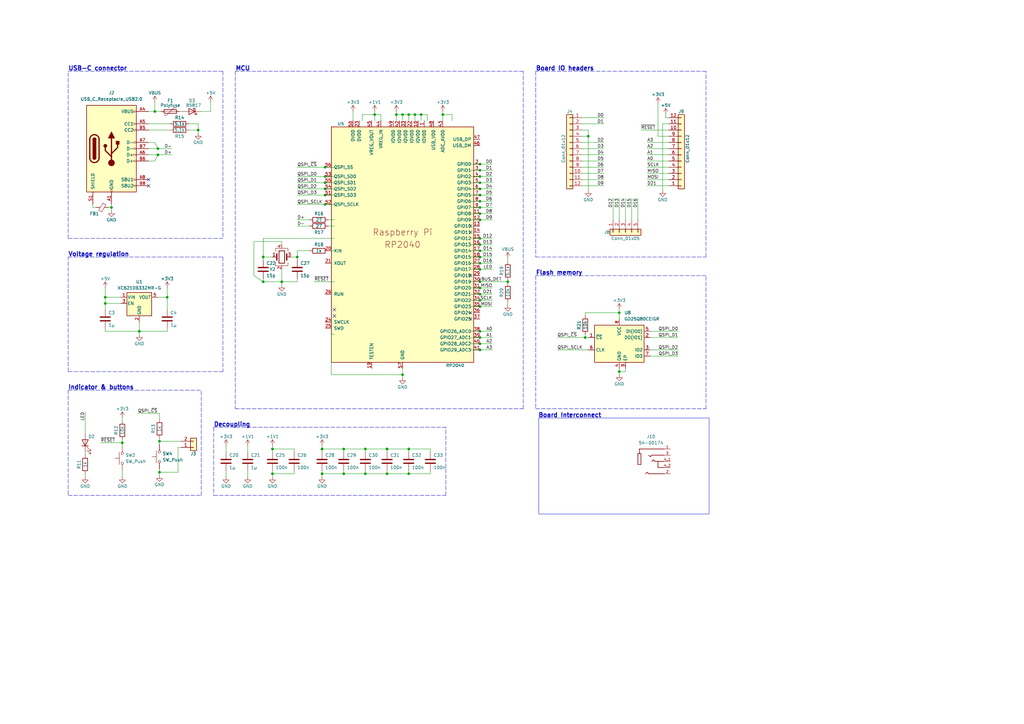
<source format=kicad_sch>
(kicad_sch (version 20231120) (generator "eeschema") (generator_version "8.0")
  (paper "A3")
  (title_block (title "NJvN Keyboard Controller") (date "2024-07-10") (rev "0") (company "XYZ Precision") (comment 1 "RP2040 with minimum requiremnts and USBC and LDO supply."))
  (junction (at 196.85 115.57))
  (junction (at 196.85 69.85))
  (junction (at 196.85 72.39))
  (junction (at 165.1 153.67))
  (junction (at 196.85 135.89))
  (junction (at 196.85 100.33))
  (junction (at 196.85 67.31))
  (junction (at 241.3 55.88))
  (junction (at 43.18 124.46))
  (junction (at 217.17 351.79))
  (junction (at 168.91 339.09))
  (junction (at 196.85 90.17))
  (junction (at 196.85 74.93))
  (junction (at 208.28 115.57))
  (junction (at 64.77 60.96))
  (junction (at 115.57 115.57))
  (junction (at 196.85 102.87))
  (junction (at 65.405 193.675))
  (junction (at 162.56 46.99))
  (junction (at 196.85 97.79))
  (junction (at 65.405 180.975))
  (junction (at 50.165 181.61))
  (junction (at 196.85 138.43))
  (junction (at 133.35 83.82))
  (junction (at 149.86 184.15))
  (junction (at 133.35 68.58))
  (junction (at 167.64 194.31))
  (junction (at 167.64 184.15))
  (junction (at 63.5 45.72))
  (junction (at 196.85 82.55))
  (junction (at 158.75 184.15))
  (junction (at 132.08 194.31))
  (junction (at 57.15 135.89))
  (junction (at 158.75 194.31))
  (junction (at 196.85 110.49))
  (junction (at 254 152.4))
  (junction (at 196.85 77.47))
  (junction (at 196.85 87.63))
  (junction (at 132.08 184.15))
  (junction (at 68.58 121.92))
  (junction (at 196.85 105.41))
  (junction (at 140.97 184.15))
  (junction (at 107.95 105.41))
  (junction (at 107.95 115.57))
  (junction (at 172.72 349.25))
  (junction (at 172.72 354.33))
  (junction (at 153.67 46.99))
  (junction (at 64.77 63.5))
  (junction (at 133.35 77.47))
  (junction (at 181.61 46.99))
  (junction (at 140.97 194.31))
  (junction (at 172.72 46.99))
  (junction (at 133.35 74.93))
  (junction (at 196.85 143.51))
  (junction (at 217.17 349.25))
  (junction (at 111.76 194.31))
  (junction (at 170.18 46.99))
  (junction (at 45.72 85.09))
  (junction (at 218.44 339.09))
  (junction (at 254 128.27))
  (junction (at 196.85 80.01))
  (junction (at 167.64 46.99))
  (junction (at 196.85 140.97))
  (junction (at 111.76 184.15))
  (junction (at 121.92 105.41))
  (junction (at 165.1 46.99))
  (junction (at 196.85 118.11))
  (junction (at 133.35 80.01))
  (junction (at 240.03 138.43))
  (junction (at 172.72 351.79))
  (junction (at 196.85 85.09))
  (junction (at 196.85 120.65))
  (junction (at 43.18 121.92))
  (junction (at 133.35 72.39))
  (junction (at 81.28 53.34))
  (junction (at 196.85 125.73))
  (junction (at 149.86 194.31))
  (junction (at 217.17 354.33))
  (junction (at 196.85 123.19))
  (junction (at 196.85 107.95))
  (no_connect (at 60.96 76.2))
  (no_connect (at 193.04 130.81))
  (no_connect (at 193.04 128.27))
  (no_connect (at 60.96 73.66))
  (no_connect (at 193.04 95.25))
  (no_connect (at 193.04 92.71))
  (no_connect (at 137.16 127))
  (no_connect (at 137.16 129.54))
  (no_connect (at 193.04 113.03))
  (wire (pts (xy 254 127) (xy 254 128.27)))
  (wire (pts (xy 132.08 194.31) (xy 132.08 195.58)))
  (wire (pts (xy 101.6 193.04) (xy 101.6 195.58)))
  (wire (pts (xy 107.95 105.41) (xy 111.76 105.41)))
  (wire (pts (xy 217.17 346.71) (xy 217.17 349.25)))
  (wire (pts (xy 60.96 63.5) (xy 64.77 63.5)))
  (wire (pts (xy 193.04 74.93) (xy 196.85 74.93)))
  (wire (pts (xy 50.165 193.04) (xy 50.165 195.58)))
  (wire (pts (xy 208.28 114.935) (xy 208.28 115.57)))
  (wire (pts (xy 107.95 105.41) (xy 107.95 97.79)))
  (wire (pts (xy 193.04 107.95) (xy 196.85 107.95)))
  (wire (pts (xy 148.59 46.99) (xy 153.67 46.99)))
  (wire (pts (xy 74.295 183.515) (xy 73.025 183.515)))
  (wire (pts (xy 101.6 182.88) (xy 101.6 185.42)))
  (wire (pts (xy 132.08 184.15) (xy 132.08 185.42)))
  (polyline (pts (xy 27.94 203.2) (xy 82.55 203.2)) (stroke (width 0) (type dash)))
  (wire (pts (xy 115.57 99.06) (xy 104.14 99.06)))
  (wire (pts (xy 140.97 184.15) (xy 140.97 185.42)))
  (wire (pts (xy 111.76 184.15) (xy 111.76 185.42)))
  (wire (pts (xy 274.32 76.2) (xy 265.43 76.2)))
  (wire (pts (xy 217.17 339.09) (xy 218.44 339.09)))
  (wire (pts (xy 193.04 138.43) (xy 196.85 138.43)))
  (wire (pts (xy 274.32 50.8) (xy 271.78 50.8)))
  (wire (pts (xy 133.35 68.58) (xy 137.16 68.58)))
  (wire (pts (xy 196.85 123.19) (xy 201.93 123.19)))
  (wire (pts (xy 208.28 115.57) (xy 208.28 116.205)))
  (wire (pts (xy 121.92 74.93) (xy 133.35 74.93)))
  (wire (pts (xy 196.85 90.17) (xy 201.93 90.17)))
  (polyline (pts (xy 87.63 175.26) (xy 182.88 175.26)) (stroke (width 0) (type dash)))
  (wire (pts (xy 240.03 138.43) (xy 241.3 138.43)))
  (wire (pts (xy 196.85 69.85) (xy 201.93 69.85)))
  (wire (pts (xy 193.04 110.49) (xy 196.85 110.49)))
  (wire (pts (xy 254 152.4) (xy 254 153.67)))
  (wire (pts (xy 278.13 146.05) (xy 266.7 146.05)))
  (wire (pts (xy 193.04 87.63) (xy 196.85 87.63)))
  (wire (pts (xy 196.85 85.09) (xy 201.93 85.09)))
  (wire (pts (xy 172.72 354.33) (xy 168.91 354.33)))
  (wire (pts (xy 254 81.28) (xy 254 90.17)))
  (wire (pts (xy 45.72 85.09) (xy 45.72 86.36)))
  (wire (pts (xy 196.85 67.31) (xy 201.93 67.31)))
  (wire (pts (xy 43.18 121.92) (xy 43.18 124.46)))
  (wire (pts (xy 82.55 45.72) (xy 86.36 45.72)))
  (wire (pts (xy 238.76 66.04) (xy 247.65 66.04)))
  (wire (pts (xy 193.04 120.65) (xy 196.85 120.65)))
  (polyline (pts (xy 27.94 152.4) (xy 27.94 105.41)) (stroke (width 0) (type dash)))
  (wire (pts (xy 196.85 80.01) (xy 201.93 80.01)))
  (wire (pts (xy 273.05 46.99) (xy 273.05 48.26)))
  (wire (pts (xy 217.17 356.87) (xy 217.17 354.33)))
  (wire (pts (xy 193.04 135.89) (xy 196.85 135.89)))
  (wire (pts (xy 77.47 53.34) (xy 81.28 53.34)))
  (wire (pts (xy 217.17 349.25) (xy 220.98 349.25)))
  (wire (pts (xy 265.43 58.42) (xy 274.32 58.42)))
  (wire (pts (xy 196.85 115.57) (xy 208.28 115.57)))
  (wire (pts (xy 64.77 63.5) (xy 70.485 63.5)))
  (wire (pts (xy 193.04 90.17) (xy 196.85 90.17)))
  (wire (pts (xy 148.59 49.53) (xy 148.59 46.99)))
  (wire (pts (xy 168.91 339.09) (xy 168.91 341.63)))
  (wire (pts (xy 158.75 194.31) (xy 167.64 194.31)))
  (wire (pts (xy 261.62 90.17) (xy 261.62 81.28)))
  (wire (pts (xy 43.18 135.89) (xy 57.15 135.89)))
  (wire (pts (xy 135.89 153.67) (xy 165.1 153.67)))
  (wire (pts (xy 111.76 182.88) (xy 111.76 184.15)))
  (wire (pts (xy 170.18 46.99) (xy 170.18 49.53)))
  (wire (pts (xy 168.91 339.09) (xy 170.18 339.09)))
  (wire (pts (xy 262.89 53.34) (xy 274.32 53.34)))
  (wire (pts (xy 86.36 41.91) (xy 86.36 45.72)))
  (wire (pts (xy 217.17 349.25) (xy 217.17 351.79)))
  (wire (pts (xy 220.98 341.63) (xy 218.44 341.63)))
  (wire (pts (xy 92.71 182.88) (xy 92.71 185.42)))
  (wire (pts (xy 165.1 46.99) (xy 165.1 49.53)))
  (polyline (pts (xy 87.63 175.26) (xy 87.63 203.2)) (stroke (width 0) (type dash)))
  (wire (pts (xy 140.97 184.15) (xy 149.86 184.15)))
  (wire (pts (xy 132.08 194.31) (xy 140.97 194.31)))
  (wire (pts (xy 217.17 351.79) (xy 220.98 351.79)))
  (wire (pts (xy 193.04 140.97) (xy 196.85 140.97)))
  (wire (pts (xy 271.78 50.8) (xy 271.78 78.105)))
  (wire (pts (xy 65.405 179.705) (xy 65.405 180.975)))
  (wire (pts (xy 196.85 72.39) (xy 201.93 72.39)))
  (wire (pts (xy 153.67 46.99) (xy 153.67 49.53)))
  (polyline (pts (xy 27.94 97.79) (xy 27.94 29.21)) (stroke (width 0) (type dash)))
  (wire (pts (xy 238.76 48.26) (xy 247.65 48.26)))
  (wire (pts (xy 34.925 194.31) (xy 34.925 195.58)))
  (wire (pts (xy 196.85 87.63) (xy 201.93 87.63)))
  (wire (pts (xy 127 102.87) (xy 121.92 102.87)))
  (wire (pts (xy 218.44 339.09) (xy 220.98 339.09)))
  (wire (pts (xy 238.76 50.8) (xy 247.65 50.8)))
  (wire (pts (xy 196.85 74.93) (xy 201.93 74.93)))
  (wire (pts (xy 121.92 83.82) (xy 133.35 83.82)))
  (wire (pts (xy 43.18 121.92) (xy 49.53 121.92)))
  (wire (pts (xy 172.72 46.99) (xy 175.26 46.99)))
  (wire (pts (xy 115.57 110.49) (xy 115.57 115.57)))
  (wire (pts (xy 68.58 118.11) (xy 68.58 121.92)))
  (wire (pts (xy 121.92 90.17) (xy 127 90.17)))
  (wire (pts (xy 73.025 183.515) (xy 73.025 193.675)))
  (wire (pts (xy 196.85 125.73) (xy 201.93 125.73)))
  (wire (pts (xy 167.64 184.15) (xy 176.53 184.15)))
  (wire (pts (xy 158.75 184.15) (xy 167.64 184.15)))
  (polyline (pts (xy 289.56 167.64) (xy 289.56 113.03)) (stroke (width 0) (type dash)))
  (wire (pts (xy 121.92 68.58) (xy 133.35 68.58)))
  (wire (pts (xy 81.28 53.34) (xy 81.28 54.61)))
  (wire (pts (xy 265.43 68.58) (xy 274.32 68.58)))
  (wire (pts (xy 259.08 90.17) (xy 259.08 81.28)))
  (wire (pts (xy 63.5 45.72) (xy 66.04 45.72)))
  (wire (pts (xy 43.18 118.11) (xy 43.18 121.92)))
  (wire (pts (xy 63.5 58.42) (xy 64.77 60.96)))
  (wire (pts (xy 162.56 46.99) (xy 165.1 46.99)))
  (wire (pts (xy 57.15 132.08) (xy 57.15 135.89)))
  (wire (pts (xy 217.17 351.79) (xy 217.17 354.33)))
  (polyline (pts (xy 27.94 105.41) (xy 91.44 105.41)) (stroke (width 0) (type dash)))
  (wire (pts (xy 50.165 171.45) (xy 50.165 172.72)))
  (wire (pts (xy 238.76 63.5) (xy 247.65 63.5)))
  (polyline (pts (xy 289.56 113.03) (xy 219.71 113.03)) (stroke (width 0) (type dash)))
  (wire (pts (xy 193.04 100.33) (xy 196.85 100.33)))
  (wire (pts (xy 167.64 194.31) (xy 176.53 194.31)))
  (wire (pts (xy 135.89 137.16) (xy 135.89 153.67)))
  (polyline (pts (xy 219.71 167.64) (xy 289.56 167.64)) (stroke (width 0) (type dash)))
  (wire (pts (xy 50.165 181.61) (xy 50.165 182.88)))
  (polyline (pts (xy 214.63 29.21) (xy 96.52 29.21)) (stroke (width 0) (type dash)))
  (wire (pts (xy 111.76 184.15) (xy 120.65 184.15)))
  (wire (pts (xy 196.85 100.33) (xy 201.93 100.33)))
  (wire (pts (xy 121.92 72.39) (xy 133.35 72.39)))
  (wire (pts (xy 133.35 72.39) (xy 137.16 72.39)))
  (wire (pts (xy 119.38 105.41) (xy 121.92 105.41)))
  (wire (pts (xy 64.77 60.96) (xy 70.485 60.96)))
  (wire (pts (xy 238.76 71.12) (xy 247.65 71.12)))
  (wire (pts (xy 172.72 354.33) (xy 172.72 356.87)))
  (wire (pts (xy 43.18 124.46) (xy 49.53 124.46)))
  (wire (pts (xy 208.28 106.045) (xy 208.28 107.315)))
  (wire (pts (xy 132.08 193.04) (xy 132.08 194.31)))
  (wire (pts (xy 254 152.4) (xy 256.54 152.4)))
  (wire (pts (xy 196.85 120.65) (xy 201.93 120.65)))
  (wire (pts (xy 167.64 46.99) (xy 170.18 46.99)))
  (wire (pts (xy 120.65 185.42) (xy 120.65 184.15)))
  (wire (pts (xy 175.26 49.53) (xy 175.26 46.99)))
  (wire (pts (xy 193.04 125.73) (xy 196.85 125.73)))
  (polyline (pts (xy 91.44 152.4) (xy 27.94 152.4)) (stroke (width 0) (type dash)))
  (wire (pts (xy 228.6 138.43) (xy 240.03 138.43)))
  (wire (pts (xy 57.15 135.89) (xy 68.58 135.89)))
  (polyline (pts (xy 219.71 113.03) (xy 219.71 167.64)) (stroke (width 0) (type dash)))
  (polyline (pts (xy 27.94 160.02) (xy 27.94 203.2)) (stroke (width 0) (type dash)))
  (wire (pts (xy 115.57 115.57) (xy 115.57 116.84)))
  (wire (pts (xy 193.04 72.39) (xy 196.85 72.39)))
  (wire (pts (xy 121.92 115.57) (xy 121.92 114.3)))
  (wire (pts (xy 121.92 77.47) (xy 133.35 77.47)))
  (wire (pts (xy 208.28 123.825) (xy 208.28 125.095)))
  (wire (pts (xy 60.96 45.72) (xy 63.5 45.72)))
  (wire (pts (xy 162.56 46.99) (xy 162.56 49.53)))
  (wire (pts (xy 121.92 92.71) (xy 127 92.71)))
  (wire (pts (xy 77.47 50.8) (xy 81.28 50.8)))
  (wire (pts (xy 193.04 97.79) (xy 196.85 97.79)))
  (wire (pts (xy 104.14 113.03) (xy 107.95 115.57)))
  (wire (pts (xy 193.04 82.55) (xy 196.85 82.55)))
  (wire (pts (xy 251.46 81.28) (xy 251.46 90.17)))
  (wire (pts (xy 107.95 115.57) (xy 115.57 115.57)))
  (wire (pts (xy 193.04 123.19) (xy 196.85 123.19)))
  (wire (pts (xy 107.95 114.3) (xy 107.95 115.57)))
  (wire (pts (xy 196.85 77.47) (xy 201.93 77.47)))
  (wire (pts (xy 170.18 46.99) (xy 172.72 46.99)))
  (wire (pts (xy 193.04 118.11) (xy 196.85 118.11)))
  (wire (pts (xy 43.18 124.46) (xy 43.18 127)))
  (wire (pts (xy 181.61 46.99) (xy 181.61 49.53)))
  (wire (pts (xy 68.58 134.62) (xy 68.58 135.89)))
  (wire (pts (xy 265.43 60.96) (xy 274.32 60.96)))
  (wire (pts (xy 133.35 80.01) (xy 137.16 80.01)))
  (wire (pts (xy 68.58 121.92) (xy 68.58 127)))
  (wire (pts (xy 45.72 83.82) (xy 45.72 85.09)))
  (wire (pts (xy 111.76 194.31) (xy 111.76 195.58)))
  (wire (pts (xy 172.72 346.71) (xy 172.72 349.25)))
  (wire (pts (xy 140.97 194.31) (xy 149.86 194.31)))
  (wire (pts (xy 158.75 184.15) (xy 158.75 185.42)))
  (wire (pts (xy 181.61 45.72) (xy 181.61 46.99)))
  (wire (pts (xy 73.66 45.72) (xy 74.93 45.72)))
  (wire (pts (xy 269.875 42.545) (xy 269.875 55.88)))
  (polyline (pts (xy 219.71 105.41) (xy 289.56 105.41)) (stroke (width 0) (type dash)))
  (wire (pts (xy 121.92 80.01) (xy 133.35 80.01)))
  (wire (pts (xy 65.405 193.675) (xy 65.405 194.945)))
  (wire (pts (xy 274.32 55.88) (xy 269.875 55.88)))
  (wire (pts (xy 172.72 351.79) (xy 168.91 351.79)))
  (wire (pts (xy 196.85 107.95) (xy 201.93 107.95)))
  (wire (pts (xy 196.85 140.97) (xy 201.93 140.97)))
  (wire (pts (xy 240.03 129.54) (xy 240.03 128.27)))
  (wire (pts (xy 140.97 193.04) (xy 140.97 194.31)))
  (polyline (pts (xy 82.55 203.2) (xy 82.55 160.02)) (stroke (width 0) (type dash)))
  (wire (pts (xy 176.53 185.42) (xy 176.53 184.15)))
  (wire (pts (xy 34.925 185.42) (xy 34.925 186.69)))
  (wire (pts (xy 273.05 48.26) (xy 274.32 48.26)))
  (wire (pts (xy 134.62 102.87) (xy 137.16 102.87)))
  (wire (pts (xy 167.64 184.15) (xy 167.64 185.42)))
  (wire (pts (xy 41.275 181.61) (xy 50.165 181.61)))
  (wire (pts (xy 193.04 69.85) (xy 196.85 69.85)))
  (wire (pts (xy 238.76 76.2) (xy 247.65 76.2)))
  (polyline (pts (xy 289.56 105.41) (xy 289.56 29.21)) (stroke (width 0) (type dash)))
  (wire (pts (xy 107.95 97.79) (xy 137.16 97.79)))
  (wire (pts (xy 241.3 53.34) (xy 241.3 55.88)))
  (wire (pts (xy 57.15 135.89) (xy 57.15 137.16)))
  (wire (pts (xy 238.76 55.88) (xy 241.3 55.88)))
  (wire (pts (xy 172.72 351.79) (xy 172.72 354.33)))
  (wire (pts (xy 38.1 83.82) (xy 38.1 85.09)))
  (polyline (pts (xy 194.056 307.848) (xy 194.056 463.804)) (stroke (width 0) (type solid)))
  (wire (pts (xy 65.405 192.405) (xy 65.405 193.675)))
  (wire (pts (xy 176.53 193.04) (xy 176.53 194.31)))
  (polyline (pts (xy 182.88 203.2) (xy 182.88 175.26)) (stroke (width 0) (type dash)))
  (wire (pts (xy 64.77 60.96) (xy 60.96 60.96)))
  (polyline (pts (xy 96.52 29.21) (xy 96.52 167.64)) (stroke (width 0) (type dash)))
  (wire (pts (xy 132.08 184.15) (xy 140.97 184.15)))
  (wire (pts (xy 193.04 102.87) (xy 196.85 102.87)))
  (wire (pts (xy 65.405 180.975) (xy 74.295 180.975)))
  (wire (pts (xy 172.72 349.25) (xy 168.91 349.25)))
  (wire (pts (xy 238.76 58.42) (xy 247.65 58.42)))
  (wire (pts (xy 50.165 180.34) (xy 50.165 181.61)))
  (wire (pts (xy 149.86 184.15) (xy 158.75 184.15)))
  (wire (pts (xy 240.03 137.16) (xy 240.03 138.43)))
  (wire (pts (xy 193.04 143.51) (xy 196.85 143.51)))
  (wire (pts (xy 254 128.27) (xy 254 130.81)))
  (wire (pts (xy 153.67 45.72) (xy 153.67 46.99)))
  (wire (pts (xy 238.76 68.58) (xy 247.65 68.58)))
  (wire (pts (xy 133.35 74.93) (xy 137.16 74.93)))
  (wire (pts (xy 165.1 151.13) (xy 165.1 153.67)))
  (wire (pts (xy 241.3 55.88) (xy 241.3 78.105)))
  (wire (pts (xy 65.405 180.975) (xy 65.405 182.245)))
  (wire (pts (xy 133.35 77.47) (xy 137.16 77.47)))
  (wire (pts (xy 265.43 73.66) (xy 274.32 73.66)))
  (wire (pts (xy 238.76 53.34) (xy 241.3 53.34)))
  (wire (pts (xy 193.04 85.09) (xy 196.85 85.09)))
  (wire (pts (xy 185.42 49.53) (xy 185.42 46.99)))
  (wire (pts (xy 238.76 73.66) (xy 247.65 73.66)))
  (wire (pts (xy 56.515 169.545) (xy 65.405 169.545)))
  (wire (pts (xy 121.92 102.87) (xy 121.92 105.41)))
  (wire (pts (xy 63.5 66.04) (xy 60.96 66.04)))
  (wire (pts (xy 65.405 169.545) (xy 65.405 172.085)))
  (wire (pts (xy 193.04 115.57) (xy 196.85 115.57)))
  (wire (pts (xy 196.85 110.49) (xy 201.93 110.49)))
  (wire (pts (xy 278.13 135.89) (xy 266.7 135.89)))
  (wire (pts (xy 133.35 83.82) (xy 137.16 83.82)))
  (wire (pts (xy 193.04 77.47) (xy 196.85 77.47)))
  (wire (pts (xy 134.62 92.71) (xy 137.16 92.71)))
  (wire (pts (xy 43.18 134.62) (xy 43.18 135.89)))
  (polyline (pts (xy 91.44 97.79) (xy 27.94 97.79)) (stroke (width 0) (type dash)))
  (wire (pts (xy 196.85 82.55) (xy 201.93 82.55)))
  (wire (pts (xy 254 151.13) (xy 254 152.4)))
  (wire (pts (xy 121.92 105.41) (xy 121.92 106.68)))
  (wire (pts (xy 81.28 50.8) (xy 81.28 53.34)))
  (wire (pts (xy 162.56 45.72) (xy 162.56 46.99)))
  (wire (pts (xy 196.85 97.79) (xy 201.93 97.79)))
  (wire (pts (xy 172.72 349.25) (xy 172.72 351.79)))
  (wire (pts (xy 34.925 168.91) (xy 34.925 177.8)))
  (wire (pts (xy 165.1 46.99) (xy 167.64 46.99)))
  (wire (pts (xy 120.65 193.04) (xy 120.65 194.31)))
  (wire (pts (xy 193.04 80.01) (xy 196.85 80.01)))
  (wire (pts (xy 220.98 346.71) (xy 217.17 346.71)))
  (wire (pts (xy 132.08 182.88) (xy 132.08 184.15)))
  (wire (pts (xy 153.67 46.99) (xy 156.21 46.99)))
  (wire (pts (xy 128.905 115.57) (xy 137.16 115.57)))
  (wire (pts (xy 167.64 46.99) (xy 167.64 49.53)))
  (wire (pts (xy 60.96 58.42) (xy 63.5 58.42)))
  (wire (pts (xy 38.1 85.09) (xy 39.37 85.09)))
  (wire (pts (xy 196.85 118.11) (xy 201.93 118.11)))
  (wire (pts (xy 44.45 85.09) (xy 45.72 85.09)))
  (wire (pts (xy 64.77 121.92) (xy 68.58 121.92)))
  (wire (pts (xy 265.43 66.04) (xy 274.32 66.04)))
  (wire (pts (xy 149.86 193.04) (xy 149.86 194.31)))
  (polyline (pts (xy 91.44 29.21) (xy 91.44 97.79)) (stroke (width 0) (type dash)))
  (wire (pts (xy 144.78 45.72) (xy 144.78 49.53)))
  (wire (pts (xy 73.025 193.675) (xy 65.405 193.675)))
  (wire (pts (xy 60.96 50.8) (xy 69.85 50.8)))
  (wire (pts (xy 217.17 354.33) (xy 220.98 354.33)))
  (wire (pts (xy 104.14 99.06) (xy 104.14 113.03)))
  (polyline (pts (xy 96.52 167.64) (xy 214.63 167.64)) (stroke (width 0) (type dash)))
  (wire (pts (xy 149.86 184.15) (xy 149.86 185.42)))
  (wire (pts (xy 156.21 49.53) (xy 156.21 46.99)))
  (wire (pts (xy 193.04 67.31) (xy 196.85 67.31)))
  (wire (pts (xy 265.43 63.5) (xy 274.32 63.5)))
  (wire (pts (xy 193.04 105.41) (xy 196.85 105.41)))
  (wire (pts (xy 64.77 63.5) (xy 63.5 66.04)))
  (wire (pts (xy 167.64 193.04) (xy 167.64 194.31)))
  (wire (pts (xy 134.62 90.17) (xy 137.16 90.17)))
  (wire (pts (xy 196.85 102.87) (xy 201.93 102.87)))
  (wire (pts (xy 240.03 128.27) (xy 254 128.27)))
  (polyline (pts (xy 27.94 160.02) (xy 82.55 160.02)) (stroke (width 0) (type dash)))
  (wire (pts (xy 111.76 194.31) (xy 120.65 194.31)))
  (polyline (pts (xy 214.63 167.64) (xy 214.63 29.21)) (stroke (width 0) (type dash)))
  (wire (pts (xy 196.85 135.89) (xy 201.93 135.89)))
  (polyline (pts (xy 91.44 105.41) (xy 91.44 152.4)) (stroke (width 0) (type dash)))
  (wire (pts (xy 256.54 151.13) (xy 256.54 152.4)))
  (wire (pts (xy 181.61 46.99) (xy 185.42 46.99)))
  (wire (pts (xy 115.57 115.57) (xy 121.92 115.57)))
  (wire (pts (xy 238.76 60.96) (xy 247.65 60.96)))
  (polyline (pts (xy 27.94 29.21) (xy 91.44 29.21)) (stroke (width 0) (type dash)))
  (wire (pts (xy 149.86 194.31) (xy 158.75 194.31)))
  (wire (pts (xy 63.5 41.91) (xy 63.5 45.72)))
  (wire (pts (xy 111.76 193.04) (xy 111.76 194.31)))
  (wire (pts (xy 92.71 193.04) (xy 92.71 195.58)))
  (wire (pts (xy 228.6 143.51) (xy 241.3 143.51)))
  (wire (pts (xy 218.44 339.09) (xy 218.44 341.63)))
  (wire (pts (xy 196.85 143.51) (xy 201.93 143.51)))
  (wire (pts (xy 278.13 143.51) (xy 266.7 143.51)))
  (polyline (pts (xy 87.63 203.2) (xy 182.88 203.2)) (stroke (width 0) (type dash)))
  (polyline (pts (xy 289.56 29.21) (xy 219.71 29.21)) (stroke (width 0) (type dash)))
  (wire (pts (xy 278.13 138.43) (xy 266.7 138.43)))
  (wire (pts (xy 196.85 105.41) (xy 201.93 105.41)))
  (wire (pts (xy 265.43 71.12) (xy 274.32 71.12)))
  (polyline (pts (xy 219.71 29.21) (xy 219.71 105.41)) (stroke (width 0) (type dash)))
  (wire (pts (xy 172.72 46.99) (xy 172.72 49.53)))
  (wire (pts (xy 256.54 81.28) (xy 256.54 90.17)))
  (wire (pts (xy 135.89 137.16) (xy 137.16 137.16)))
  (wire (pts (xy 60.96 53.34) (xy 69.85 53.34)))
  (wire (pts (xy 165.1 153.67) (xy 165.1 154.94)))
  (wire (pts (xy 107.95 106.68) (xy 107.95 105.41)))
  (wire (pts (xy 158.75 193.04) (xy 158.75 194.31)))
  (wire (pts (xy 115.57 100.33) (xy 115.57 99.06)))
  (wire (pts (xy 168.91 346.71) (xy 172.72 346.71)))
  (wire (pts (xy 196.85 138.43) (xy 201.93 138.43)))
  (rectangle (start 142.24 377.19) (end 172.72 394.97))
  (rectangle (start 218.44 377.19) (end 248.92 394.97))
  (rectangle (start 220.98 171.45) (end 290.83 210.82))
  (text "LEFT" (at 192.024 386.08 0) (effects (font (size 5.08 5.08)) (justify right bottom)))
  (text "R E S E T \nB U T T O N" (at 219.456 393.446 0) (effects (font (size 1.5 1.5) (thickness 0.3) (bold yes)) (justify left bottom)))
  (text "Board IO headers" (at 219.71 29.21 0) (effects (font (size 1.778 1.778) (thickness 0.3556) (bold yes)) (justify left bottom)))
  (text "S W I T C H E S" (at 284.226 383.286 0) (effects (font (size 1.5 1.5) (thickness 0.3) (bold yes)) (justify left bottom)))
  (text "Decoupling" (at 87.63 175.26 0) (effects (font (size 1.778 1.778) (thickness 0.3556) (bold yes)) (justify left bottom)))
  (text "RP2040 MCU" (at 308.102 313.69 0) (effects (font (size 2.286 2.286) (thickness 0.3) (bold yes)) (justify left bottom)))
  (text "Flash memory" (at 219.71 113.03 0) (effects (font (size 1.778 1.778) (thickness 0.3556) (bold yes)) (justify left bottom)))
  (text "S W I T C H E S" (at 84.836 381.762 0) (effects (font (size 1.5 1.5) (thickness 0.3) (bold yes)) (justify left bottom)))
  (text "RP2040 MCU" (at 58.674 314.706 0) (effects (font (size 2.286 2.286) (thickness 0.3) (bold yes)) (justify left bottom)))
  (text "Voltage regulation" (at 27.94 105.41 0) (effects (font (size 1.778 1.778) (thickness 0.3556) (bold yes)) (justify left bottom)))
  (text "Indicator & buttons" (at 27.94 160.02 0) (effects (font (size 1.778 1.778) (thickness 0.3556) (bold yes)) (justify left bottom)))
  (text "R E S E T \nB U T T O N" (at 143.002 393.7 0) (effects (font (size 1.5 1.5) (thickness 0.3) (bold yes)) (justify left bottom)))
  (text "RIGHT" (at 194.818 385.826 0) (effects (font (size 5.08 5.08)) (justify left bottom)))
  (text "USB-C connector" (at 27.94 29.21 0) (effects (font (size 1.778 1.778) (thickness 0.3556) (bold yes)) (justify left bottom)))
  (text "MCU" (at 96.52 29.21 0) (effects (font (size 1.778 1.778) (thickness 0.3556) (bold yes)) (justify left bottom)))
  (text "Board Interconnect" (at 220.726 171.45 0) (effects (font (size 1.778 1.778) (thickness 0.3556) (bold yes)) (justify left bottom)))
  (label "D14" (at 201.93 102.87 180))
  (label "LED" (at 201.93 110.49 180))
  (label "D16" (at 261.62 81.28 270))
  (label "A0" (at 265.43 66.04 0))
  (label "D1" (at 201.93 69.85 180))
  (label "D2" (at 247.65 58.42 180))
  (label "D3" (at 201.93 74.93 180))
  (label "D5" (at 247.65 66.04 180))
  (label "MISO" (at 265.43 71.12 0))
  (label "D8" (at 247.65 73.66 180))
  (label "D-" (at 121.92 92.71 0))
  (label "SCLK" (at 201.93 123.19 180))
  (label "MOSI" (at 265.43 73.66 0))
  (label "D13" (at 201.93 100.33 180))
  (label "SCLK" (at 265.43 68.58 0))
  (label "D9" (at 201.93 90.17 180))
  (label "D-" (at 70.485 60.96 180))
  (label "D21" (at 201.93 120.65 180))
  (label "D0" (at 201.93 67.31 180))
  (label "D12" (at 201.93 97.79 180))
  (label "~{RESET}" (at 262.89 53.34 0))
  (label "D+" (at 121.92 90.17 0))
  (label "D3" (at 247.65 60.96 180))
  (label "A1" (at 265.43 63.5 0))
  (label "A1" (at 201.93 138.43 180))
  (label "QSPI_D3" (at 121.92 80.01 0))
  (label "A3" (at 201.93 143.51 180))
  (label "QSPI_~{CS}" (at 121.92 68.58 0))
  (label "QSPI_SCLK" (at 121.92 83.82 0))
  (label "QSPI_D0" (at 121.92 72.39 0))
  (label "D8" (at 201.93 87.63 180))
  (label "QSPI_~{CS}" (at 56.515 169.545 0))
  (label "D5" (at 201.93 80.01 180))
  (label "A2" (at 201.93 140.97 180))
  (label "VBUS_DET" (at 205.74 115.57 180))
  (label "D7" (at 201.93 85.09 180))
  (label "D4" (at 201.93 77.47 180))
  (label "A3" (at 265.43 58.42 0))
  (label "QSPI_D2" (at 121.92 77.47 0))
  (label "~{RESET}" (at 128.905 115.57 0))
  (label "D4" (at 247.65 63.5 180))
  (label "A2" (at 265.43 60.96 0))
  (label "QSPI_D1" (at 121.92 74.93 0))
  (label "QSPI_D3" (at 278.13 146.05 180))
  (label "D12" (at 251.46 81.28 270))
  (label "A0" (at 201.93 135.89 180))
  (label "~{RESET}" (at 41.275 181.61 0))
  (label "QSPI_SCLK" (at 228.6 143.51 0))
  (label "D6" (at 247.65 68.58 180))
  (label "MOSI" (at 201.93 125.73 180))
  (label "D14" (at 256.54 81.28 270))
  (label "QSPI_D0" (at 278.13 135.89 180))
  (label "QSPI_D2" (at 278.13 143.51 180))
  (label "D16" (at 201.93 107.95 180))
  (label "D1" (at 247.65 50.8 180))
  (label "LED" (at 34.925 168.91 270))
  (label "D15" (at 201.93 105.41 180))
  (label "QSPI_D1" (at 278.13 138.43 180))
  (label "QSPI_~{CS}" (at 228.6 138.43 0))
  (label "D+" (at 70.485 63.5 180))
  (label "D13" (at 254 81.28 270))
  (label "MISO" (at 201.93 118.11 180))
  (label "D2" (at 201.93 72.39 180))
  (label "D21" (at 265.43 76.2 0))
  (label "D0" (at 247.65 48.26 180))
  (label "D15" (at 259.08 81.28 270))
  (label "D7" (at 247.65 71.12 180))
  (label "D6" (at 201.93 82.55 180))
  (label "D9" (at 247.65 76.2 180))
  (global_label "SWR7" (shape input) (at 308.61 410.21 180) (property "Intersheetrefs" "${INTERSHEET_REFS}" (effects (hide yes))))
  (global_label "SWR18" (shape input) (at 280.67 445.77 180) (property "Intersheetrefs" "${INTERSHEET_REFS}" (effects (hide yes))))
  (global_label "SWR9" (shape input) (at 280.67 410.21 180) (property "Intersheetrefs" "${INTERSHEET_REFS}" (effects (hide yes))))
  (global_label "GND_L" (shape input) (at 85.09 318.77 90) (property "Intersheetrefs" "${INTERSHEET_REFS}" (effects (hide yes))))
  (global_label "GND_L" (shape input) (at 114.3 394.97 270) (property "Intersheetrefs" "${INTERSHEET_REFS}" (effects (hide yes))))
  (global_label "GND_L" (shape input) (at 86.106 394.97 270) (property "Intersheetrefs" "${INTERSHEET_REFS}" (effects (hide yes))))
  (global_label "SWR12" (shape input) (at 308.61 427.99 180) (property "Intersheetrefs" "${INTERSHEET_REFS}" (effects (hide yes))))
  (global_label "GND_R" (shape input) (at 270.51 396.24 270) (property "Intersheetrefs" "${INTERSHEET_REFS}" (effects (hide yes))))
  (global_label "SWL9" (shape input) (at 109.22 407.67 180) (property "Intersheetrefs" "${INTERSHEET_REFS}" (effects (hide yes))))
  (global_label "SWL4" (shape input) (at 109.22 389.89 180) (property "Intersheetrefs" "${INTERSHEET_REFS}" (effects (hide yes))))
  (global_label "SWR3" (shape input) (at 294.64 391.16 180) (property "Intersheetrefs" "${INTERSHEET_REFS}" (effects (hide yes))))
  (global_label "XOUT_R" (shape input) (at 284.48 318.77 90) (property "Intersheetrefs" "${INTERSHEET_REFS}" (effects (hide yes))))
  (global_label "SWL18" (shape input) (at 109.22 444.5 180) (property "Intersheetrefs" "${INTERSHEET_REFS}" (effects (hide yes))))
  (global_label "SWL3" (shape input) (at 95.25 389.89 180) (property "Intersheetrefs" "${INTERSHEET_REFS}" (effects (hide yes))))
  (global_label "SWL7" (shape input) (at 81.026 407.67 180) (property "Intersheetrefs" "${INTERSHEET_REFS}" (effects (hide yes))))
  (global_label "SWL5" (shape input) (at 124.46 389.89 180) (property "Intersheetrefs" "${INTERSHEET_REFS}" (effects (hide yes))))
  (global_label "GND_R" (shape input) (at 312.42 344.17 0) (property "Intersheetrefs" "${INTERSHEET_REFS}" (effects (hide yes))))
  (global_label "GND_L" (shape input) (at 72.39 394.97 270) (property "Intersheetrefs" "${INTERSHEET_REFS}" (effects (hide yes))))
  (global_label "GND_R" (shape input) (at 299.72 415.29 270) (property "Intersheetrefs" "${INTERSHEET_REFS}" (effects (hide yes))))
  (global_label "SWL17" (shape input) (at 95.25 444.5 180) (property "Intersheetrefs" "${INTERSHEET_REFS}" (effects (hide yes))))
  (global_label "GND_L" (shape input) (at 72.39 431.8 270) (property "Intersheetrefs" "${INTERSHEET_REFS}" (effects (hide yes))))
  (global_label "GND_L" (shape input) (at 114.3 449.58 270) (property "Intersheetrefs" "${INTERSHEET_REFS}" (effects (hide yes))))
  (global_label "QSPI_SD0_R" (shape input) (at 251.46 318.77 90) (effects (font (size 0.762 0.762))) (property "Intersheetrefs" "${INTERSHEET_REFS}" (effects (hide yes))))
  (global_label "GND_R" (shape input) (at 304.8 318.77 90) (property "Intersheetrefs" "${INTERSHEET_REFS}" (effects (hide yes))))
  (global_label "USB_R_D-" (shape input) (at 238.76 318.77 90) (effects (font (size 0.889 0.889))) (property "Intersheetrefs" "${INTERSHEET_REFS}" (effects (hide yes))))
  (global_label "GND_L" (shape input) (at 114.3 431.8 270) (property "Intersheetrefs" "${INTERSHEET_REFS}" (effects (hide yes))))
  (global_label "SWL11" (shape input) (at 67.31 426.72 180) (property "Intersheetrefs" "${INTERSHEET_REFS}" (effects (hide yes))))
  (global_label "GND_L" (shape input) (at 100.33 394.97 270) (property "Intersheetrefs" "${INTERSHEET_REFS}" (effects (hide yes))))
  (global_label "QSPI_SD3_L" (shape input) (at 130.81 318.77 90) (effects (font (size 0.762 0.762))) (property "Intersheetrefs" "${INTERSHEET_REFS}" (effects (hide yes))))
  (global_label "GND_R" (shape input) (at 270.51 415.29 270) (property "Intersheetrefs" "${INTERSHEET_REFS}" (effects (hide yes))))
  (global_label "QSPI_SD2_R" (shape input) (at 256.54 318.77 90) (effects (font (size 0.762 0.762))) (property "Intersheetrefs" "${INTERSHEET_REFS}" (effects (hide yes))))
  (global_label "SWR5" (shape input) (at 265.43 391.16 180) (property "Intersheetrefs" "${INTERSHEET_REFS}" (effects (hide yes))))
  (global_label "SWR15" (shape input) (at 265.43 427.99 180) (property "Intersheetrefs" "${INTERSHEET_REFS}" (effects (hide yes))))
  (global_label "SWL13" (shape input) (at 95.25 426.72 180) (property "Intersheetrefs" "${INTERSHEET_REFS}" (effects (hide yes))))
  (global_label "SWL14" (shape input) (at 109.22 426.72 180) (property "Intersheetrefs" "${INTERSHEET_REFS}" (effects (hide yes))))
  (global_label "SWL15" (shape input) (at 124.46 426.72 180) (property "Intersheetrefs" "${INTERSHEET_REFS}" (effects (hide yes))))
  (global_label "RESET_L" (shape input) (at 161.29 318.77 90) (property "Intersheetrefs" "${INTERSHEET_REFS}" (effects (hide yes))))
  (global_label "GND_R" (shape input) (at 299.72 450.85 270) (property "Intersheetrefs" "${INTERSHEET_REFS}" (effects (hide yes))))
  (global_label "SWL19" (shape input) (at 124.46 444.5 180) (property "Intersheetrefs" "${INTERSHEET_REFS}" (effects (hide yes))))
  (global_label "GND_R" (shape input) (at 313.69 415.29 270) (property "Intersheetrefs" "${INTERSHEET_REFS}" (effects (hide yes))))
  (global_label "GND_L" (shape input) (at 100.33 449.58 270) (property "Intersheetrefs" "${INTERSHEET_REFS}" (effects (hide yes))))
  (global_label "GND_R" (shape input) (at 299.72 433.07 270) (property "Intersheetrefs" "${INTERSHEET_REFS}" (effects (hide yes))))
  (global_label "SWR13" (shape input) (at 294.64 427.99 180) (property "Intersheetrefs" "${INTERSHEET_REFS}" (effects (hide yes))))
  (global_label "3V3_REG_R" (shape input) (at 217.17 356.87 270) (property "Intersheetrefs" "${INTERSHEET_REFS}" (effects (hide yes))))
  (global_label "3V3_REG_L" (shape input) (at 172.72 356.87 270) (property "Intersheetrefs" "${INTERSHEET_REFS}" (effects (hide yes))))
  (global_label "SWL16" (shape input) (at 67.31 444.5 180) (property "Intersheetrefs" "${INTERSHEET_REFS}" (effects (hide yes))))
  (global_label "VREG_L" (shape input) (at 170.18 339.09 0) (property "Intersheetrefs" "${INTERSHEET_REFS}" (effects (hide yes))))
  (global_label "SWR19" (shape input) (at 265.43 445.77 180) (property "Intersheetrefs" "${INTERSHEET_REFS}" (effects (hide yes))))
  (global_label "GND_L" (shape input) (at 129.54 449.58 270) (property "Intersheetrefs" "${INTERSHEET_REFS}" (effects (hide yes))))
  (global_label "GND_L" (shape input) (at 86.106 412.75 270) (property "Intersheetrefs" "${INTERSHEET_REFS}" (effects (hide yes))))
  (global_label "GND_R" (shape input) (at 327.66 396.24 270) (property "Intersheetrefs" "${INTERSHEET_REFS}" (effects (hide yes))))
  (global_label "GND_R" (shape input) (at 327.66 433.07 270) (property "Intersheetrefs" "${INTERSHEET_REFS}" (effects (hide yes))))
  (global_label "GND_R" (shape input) (at 313.69 433.07 270) (property "Intersheetrefs" "${INTERSHEET_REFS}" (effects (hide yes))))
  (global_label "GND_R" (shape input) (at 313.69 396.24 270) (property "Intersheetrefs" "${INTERSHEET_REFS}" (effects (hide yes))))
  (global_label "QSPI_SCLK_R" (shape input) (at 261.62 318.77 90) (effects (font (size 0.762 0.762))) (property "Intersheetrefs" "${INTERSHEET_REFS}" (effects (hide yes))))
  (global_label "USB_L_D-" (shape input) (at 151.13 318.77 90) (effects (font (size 0.889 0.889))) (property "Intersheetrefs" "${INTERSHEET_REFS}" (effects (hide yes))))
  (global_label "SWR4" (shape input) (at 280.67 391.16 180) (property "Intersheetrefs" "${INTERSHEET_REFS}" (effects (hide yes))))
  (global_label "RESET_L" (shape input) (at 153.67 384.81 180) (property "Intersheetrefs" "${INTERSHEET_REFS}" (effects (hide yes))))
  (global_label "RESET_R" (shape input) (at 229.87 384.81 180) (property "Intersheetrefs" "${INTERSHEET_REFS}" (effects (hide yes))))
  (global_label "SWL8" (shape input) (at 95.25 407.67 180) (property "Intersheetrefs" "${INTERSHEET_REFS}" (effects (hide yes))))
  (global_label "GND_R" (shape input) (at 270.51 433.07 270) (property "Intersheetrefs" "${INTERSHEET_REFS}" (effects (hide yes))))
  (global_label "GND_R" (shape input) (at 327.66 415.29 270) (property "Intersheetrefs" "${INTERSHEET_REFS}" (effects (hide yes))))
  (global_label "SWL12" (shape input) (at 81.026 426.72 180) (property "Intersheetrefs" "${INTERSHEET_REFS}" (effects (hide yes))))
  (global_label "SWR17" (shape input) (at 294.64 445.77 180) (property "Intersheetrefs" "${INTERSHEET_REFS}" (effects (hide yes))))
  (global_label "QSPI_SD2_L" (shape input) (at 133.35 318.77 90) (effects (font (size 0.762 0.762))) (property "Intersheetrefs" "${INTERSHEET_REFS}" (effects (hide yes))))
  (global_label "GND_R" (shape input) (at 285.75 433.07 270) (property "Intersheetrefs" "${INTERSHEET_REFS}" (effects (hide yes))))
  (global_label "SWR10" (shape input) (at 265.43 410.21 180) (property "Intersheetrefs" "${INTERSHEET_REFS}" (effects (hide yes))))
  (global_label "SWL1" (shape input) (at 67.31 389.89 180) (property "Intersheetrefs" "${INTERSHEET_REFS}" (effects (hide yes))))
  (global_label "QSPI_SD1_R" (shape input) (at 254 318.77 90) (effects (font (size 0.762 0.762))) (property "Intersheetrefs" "${INTERSHEET_REFS}" (effects (hide yes))))
  (global_label "GND_L" (shape input) (at 100.33 431.8 270) (property "Intersheetrefs" "${INTERSHEET_REFS}" (effects (hide yes))))
  (global_label "GND_L" (shape input) (at 72.39 412.75 270) (property "Intersheetrefs" "${INTERSHEET_REFS}" (effects (hide yes))))
  (global_label "XOUT_L" (shape input) (at 105.41 318.77 90) (property "Intersheetrefs" "${INTERSHEET_REFS}" (effects (hide yes))))
  (global_label "GND_L" (shape input) (at 129.54 394.97 270) (property "Intersheetrefs" "${INTERSHEET_REFS}" (effects (hide yes))))
  (global_label "GND_L" (shape input) (at 114.3 412.75 270) (property "Intersheetrefs" "${INTERSHEET_REFS}" (effects (hide yes))))
  (global_label "GND_R" (shape input) (at 327.66 450.85 270) (property "Intersheetrefs" "${INTERSHEET_REFS}" (effects (hide yes))))
  (global_label "SWR14" (shape input) (at 280.67 427.99 180) (property "Intersheetrefs" "${INTERSHEET_REFS}" (effects (hide yes))))
  (global_label "SWR8" (shape input) (at 294.64 410.21 180) (property "Intersheetrefs" "${INTERSHEET_REFS}" (effects (hide yes))))
  (global_label "GND_L" (shape input) (at 86.106 431.292 270) (property "Intersheetrefs" "${INTERSHEET_REFS}" (effects (hide yes))))
  (global_label "QSPI_SS_R" (shape input) (at 246.38 318.77 90) (effects (font (size 0.762 0.762))) (property "Intersheetrefs" "${INTERSHEET_REFS}" (effects (hide yes))))
  (global_label "USB_R_D+" (shape input) (at 236.22 318.77 90) (effects (font (size 0.889 0.889))) (property "Intersheetrefs" "${INTERSHEET_REFS}" (effects (hide yes))))
  (global_label "GND_L" (shape input) (at 129.54 412.75 270) (property "Intersheetrefs" "${INTERSHEET_REFS}" (effects (hide yes))))
  (global_label "QSPI_SD0_L" (shape input) (at 138.43 318.77 90) (effects (font (size 0.762 0.762))) (property "Intersheetrefs" "${INTERSHEET_REFS}" (effects (hide yes))))
  (global_label "GND_R" (shape input) (at 299.72 396.24 270) (property "Intersheetrefs" "${INTERSHEET_REFS}" (effects (hide yes))))
  (global_label "GND_L" (shape input) (at 129.54 431.8 270) (property "Intersheetrefs" "${INTERSHEET_REFS}" (effects (hide yes))))
  (global_label "QSPI_SS_L" (shape input) (at 143.51 318.77 90) (effects (font (size 0.762 0.762))) (property "Intersheetrefs" "${INTERSHEET_REFS}" (effects (hide yes))))
  (global_label "SWR11" (shape input) (at 322.58 427.99 180) (property "Intersheetrefs" "${INTERSHEET_REFS}" (effects (hide yes))))
  (global_label "QSPI_SCLK_L" (shape input) (at 128.27 318.77 90) (effects (font (size 0.762 0.762))) (property "Intersheetrefs" "${INTERSHEET_REFS}" (effects (hide yes))))
  (global_label "GND_R" (shape input) (at 285.75 415.29 270) (property "Intersheetrefs" "${INTERSHEET_REFS}" (effects (hide yes))))
  (global_label "SWR16" (shape input) (at 322.58 445.77 180) (property "Intersheetrefs" "${INTERSHEET_REFS}" (effects (hide yes))))
  (global_label "RESET_R" (shape input) (at 228.6 318.77 90) (property "Intersheetrefs" "${INTERSHEET_REFS}" (effects (hide yes))))
  (global_label "XIN_L" (shape input) (at 115.57 318.77 90) (property "Intersheetrefs" "${INTERSHEET_REFS}" (effects (hide yes))))
  (global_label "VREG_R" (shape input) (at 217.17 339.09 180) (property "Intersheetrefs" "${INTERSHEET_REFS}" (effects (hide yes))))
  (global_label "GND_L" (shape input) (at 100.33 412.75 270) (property "Intersheetrefs" "${INTERSHEET_REFS}" (effects (hide yes))))
  (global_label "GND_L" (shape input) (at 77.47 344.17 180) (property "Intersheetrefs" "${INTERSHEET_REFS}" (effects (hide yes))))
  (global_label "SWR2" (shape input) (at 308.61 391.16 180) (property "Intersheetrefs" "${INTERSHEET_REFS}" (effects (hide yes))))
  (global_label "SWL2" (shape input) (at 81.026 389.89 180) (property "Intersheetrefs" "${INTERSHEET_REFS}" (effects (hide yes))))
  (global_label "GND_L" (shape input) (at 72.39 449.58 270) (property "Intersheetrefs" "${INTERSHEET_REFS}" (effects (hide yes))))
  (global_label "SWR1" (shape input) (at 322.58 391.16 180) (property "Intersheetrefs" "${INTERSHEET_REFS}" (effects (hide yes))))
  (global_label "QSPI_SD1_L" (shape input) (at 135.89 318.77 90) (effects (font (size 0.762 0.762))) (property "Intersheetrefs" "${INTERSHEET_REFS}" (effects (hide yes))))
  (global_label "GND_R" (shape input) (at 285.75 396.24 270) (property "Intersheetrefs" "${INTERSHEET_REFS}" (effects (hide yes))))
  (global_label "USB_L_D+" (shape input) (at 153.67 318.77 90) (effects (font (size 0.889 0.889))) (property "Intersheetrefs" "${INTERSHEET_REFS}" (effects (hide yes))))
  (global_label "SWL16" (shape input) (at 67.31 407.67 180) (property "Intersheetrefs" "${INTERSHEET_REFS}" (effects (hide yes))))
  (global_label "SWR6" (shape input) (at 322.58 410.21 180) (property "Intersheetrefs" "${INTERSHEET_REFS}" (effects (hide yes))))
  (global_label "GND_L" (shape input) (at 163.83 384.81 0) (property "Intersheetrefs" "${INTERSHEET_REFS}" (effects (hide yes))))
  (global_label "QSPI_SD3_R" (shape input) (at 259.08 318.77 90) (effects (font (size 0.762 0.762))) (property "Intersheetrefs" "${INTERSHEET_REFS}" (effects (hide yes))))
  (global_label "GND_R" (shape input) (at 285.75 450.85 270) (property "Intersheetrefs" "${INTERSHEET_REFS}" (effects (hide yes))))
  (global_label "SWL10" (shape input) (at 124.46 407.67 180) (property "Intersheetrefs" "${INTERSHEET_REFS}" (effects (hide yes))))
  (global_label "GND_R" (shape input) (at 240.03 384.81 0) (property "Intersheetrefs" "${INTERSHEET_REFS}" (effects (hide yes))))
  (global_label "XIN_R" (shape input) (at 274.32 318.77 90) (property "Intersheetrefs" "${INTERSHEET_REFS}" (effects (hide yes))))
  (global_label "GND_R" (shape input) (at 270.51 450.85 270) (property "Intersheetrefs" "${INTERSHEET_REFS}" (effects (hide yes))))
  (symbol (lib_id "Device:R") (at 73.66 53.34 90) (unit 1)
    (property "Reference" "R15" (at 73.66 55.88 90))
    (property "Value" "5.1k" (at 73.66 53.34 90))
    (property "Footprint" "Resistor_SMD:R_0402_1005Metric" (effects (hide yes)))
    (property "LCSC" "C25905" (effects (hide yes)))
  )
  (symbol (lib_id "Device:C") (at 149.86 189.23 0) (unit 1)
    (property "Reference" "C30" (at 151.13 186.69 0) (effects (justify left)))
    (property "Value" "100n" (at 151.13 191.77 0) (effects (justify left)))
    (property "Footprint" "Capacitor_SMD:C_0402_1005Metric" (effects (hide yes)))
    (property "LCSC" "C1525" (effects (hide yes)))
  )
  (symbol (lib_id "Device:R") (at 240.03 133.35 180) (unit 1)
    (property "Reference" "R21" (at 237.49 133.35 90))
    (property "Value" "10k" (at 240.03 133.35 90))
    (property "Footprint" "Resistor_SMD:R_0402_1005Metric" (effects (hide yes)))
    (property "LCSC" "C25744" (effects (hide yes)))
  )
  (symbol (lib_id "power:GND") (at 254 153.67 0) (unit 1)
    (property "Reference" "#PWR073" (effects (hide yes)))
    (property "Value" "GND" (at 254 157.48 0))
  )
  (symbol (lib_id "Device:R") (at 73.66 50.8 90) (unit 1)
    (property "Reference" "R14" (at 73.66 48.26 90))
    (property "Value" "5.1k" (at 73.66 50.8 90))
    (property "Footprint" "Resistor_SMD:R_0402_1005Metric" (effects (hide yes)))
    (property "LCSC" "C25905" (effects (hide yes)))
  )
  (symbol (lib_id "Device:R") (at 50.165 176.53 180) (unit 1)
    (property "Reference" "R12" (at 47.625 176.53 90))
    (property "Value" "10k" (at 50.165 176.53 90))
    (property "Footprint" "Resistor_SMD:R_0402_1005Metric" (effects (hide yes)))
    (property "LCSC" "C25744" (effects (hide yes)))
  )
  (symbol (lib_id "power:GND") (at 92.71 195.58 0) (unit 1)
    (property "Reference" "#PWR050" (effects (hide yes)))
    (property "Value" "GND" (at 92.71 199.39 0))
  )
  (symbol (lib_id "Switch:SW_Push_45deg") (at 69.85 429.26 0) (unit 1)
    (property "Reference" "SWL3" (at 69.85 424.434 0))
    (property "Value" "SW_Push_45deg" (effects (hide yes)))
    (property "Footprint" "TOTEMlib:Kailh_socket_PG1350_optional" (effects (hide yes)))
  )
  (symbol (lib_id "Device:R") (at 130.81 102.87 90) (unit 1)
    (property "Reference" "R18" (at 130.81 100.33 90))
    (property "Value" "1k" (at 130.81 102.87 90))
    (property "Footprint" "Resistor_SMD:R_0402_1005Metric" (effects (hide yes)))
    (property "LCSC" "C11702" (effects (hide yes)))
  )
  (symbol (lib_id "Switch:SW_Push_45deg") (at 325.12 448.31 0) (unit 1)
    (property "Reference" "SWR19" (at 325.12 443.484 0))
    (property "Value" "SW_Push_45deg" (effects (hide yes)))
    (property "Footprint" "TOTEMlib:Kailh_socket_PG1350_optional" (effects (hide yes)))
  )
  (symbol (lib_id "power:+3.3V") (at 254 127 0) (unit 1)
    (property "Reference" "#PWR072" (effects (hide yes)))
    (property "Value" "+3V3" (at 254 123.19 0))
  )
  (symbol (lib_id "Device:FerriteBead_Small") (at 41.91 85.09 270) (unit 1)
    (property "Reference" "FB1" (at 36.83 87.63 90) (effects (justify left)))
    (property "Value" "FerriteBead_Small" (effects (hide yes)))
    (property "Footprint" "Inductor_SMD:L_0603_1608Metric" (effects (hide yes)))
    (property "LCSC" "C98288" (effects (hide yes)))
  )
  (symbol (lib_id "Switch:SW_Push") (at 65.405 187.325 90) (unit 1)
    (property "Reference" "SW4" (at 66.675 186.0549 90) (effects (justify right)))
    (property "Value" "SW_Push" (at 66.675 188.5949 90) (effects (justify right)))
    (property "Footprint" "Button_Switch_SMD:SW_SPST_CK_KXT3" (effects (hide yes)))
    (property "LCSC" "C319433" (effects (hide yes)))
  )
  (symbol (lib_id "Switch:SW_Push_45deg") (at 325.12 412.75 0) (unit 1)
    (property "Reference" "SWR17" (at 325.12 407.924 0))
    (property "Value" "SW_Push_45deg" (effects (hide yes)))
    (property "Footprint" "TOTEMlib:Kailh_socket_PG1350_optional" (effects (hide yes)))
  )
  (symbol (lib_id "Device:Crystal_GND24") (at 115.57 105.41 0) (mirror x) (unit 1)
    (property "Reference" "Y2" (at 111.76 110.49 0))
    (property "Value" "Crystal_GND24" (effects (hide yes)))
    (property "Footprint" "Crystal:Crystal_SMD_2520-4Pin_2.5x2.0mm" (effects (hide yes)))
    (property "LCSC" "C2149204" (effects (hide yes)))
  )
  (symbol (lib_id "power:+1V1") (at 111.76 182.88 0) (unit 1)
    (property "Reference" "#PWR055" (effects (hide yes)))
    (property "Value" "+1V1" (at 111.76 179.07 0))
  )
  (symbol (lib_id "power:GND") (at 165.1 154.94 0) (unit 1)
    (property "Reference" "#PWR067" (effects (hide yes)))
    (property "Value" "GND" (at 165.1 158.75 0))
  )
  (symbol (lib_id "Device:C") (at 107.95 110.49 0) (unit 1)
    (property "Reference" "C22" (at 109.22 107.95 0) (effects (justify left)))
    (property "Value" "15p" (at 109.22 113.03 0) (effects (justify left)))
    (property "Footprint" "Capacitor_SMD:C_0402_1005Metric" (effects (hide yes)))
    (property "LCSC" "C1548" (effects (hide yes)))
  )
  (symbol (lib_id "power:VBUS") (at 208.28 106.045 0) (unit 1)
    (property "Reference" "#PWR069" (effects (hide yes)))
    (property "Value" "VBUS" (at 208.28 102.235 0))
  )
  (symbol (lib_id "Connector:USB_C_Receptacle_USB2.0") (at 45.72 60.96 0) (unit 1)
    (property "Reference" "J2" (at 45.72 38.1 0))
    (property "Value" "USB_C_Receptacle_USB2.0" (at 45.72 40.64 0))
    (property "Footprint" "0xLib_USB_Type-C:USB_C_Receptacle_HRO_TYPE-C-31-M-14" (effects (hide yes)))
    (property "Datasheet" "https://www.usb.org/sites/default/files/documents/usb_type-c.zip" (effects (hide yes)))
    (property "LCSC" "C223907" (effects (hide yes)))
  )
  (symbol (lib_id "power:+1V1") (at 153.67 45.72 0) (unit 1)
    (property "Reference" "#PWR065" (effects (hide yes)))
    (property "Value" "+1V1" (at 153.67 41.91 0))
  )
  (symbol (lib_id "Switch:SW_Push_45deg") (at 311.15 393.7 0) (unit 1)
    (property "Reference" "SWR13" (at 311.15 388.874 0))
    (property "Value" "SW_Push_45deg" (effects (hide yes)))
    (property "Footprint" "TOTEMlib:Kailh_socket_PG1350_optional" (effects (hide yes)))
  )
  (symbol (lib_id "Device:C") (at 92.71 189.23 0) (unit 1)
    (property "Reference" "C20" (at 93.98 186.69 0) (effects (justify left)))
    (property "Value" "1µ" (at 93.98 191.77 0) (effects (justify left)))
    (property "Footprint" "Capacitor_SMD:C_0402_1005Metric" (effects (hide yes)))
    (property "LCSC" "C52923" (effects (hide yes)))
  )
  (symbol (lib_id "Device:C") (at 158.75 189.23 0) (unit 1)
    (property "Reference" "C31" (at 160.02 186.69 0) (effects (justify left)))
    (property "Value" "100n" (at 160.02 191.77 0) (effects (justify left)))
    (property "Footprint" "Capacitor_SMD:C_0402_1005Metric" (effects (hide yes)))
    (property "LCSC" "C1525" (effects (hide yes)))
  )
  (symbol (lib_id "power:GND") (at 115.57 116.84 0) (unit 1)
    (property "Reference" "#PWR061" (effects (hide yes)))
    (property "Value" "GND" (at 115.57 120.65 0))
  )
  (symbol (lib_id "USB-C-SS:SS-52400-003") (at 163.83 420.37 0) (mirror y) (unit 1)
    (property "Reference" "LJ1" (at 163.83 397.51 0))
    (property "Value" "SS-52400-003" (at 163.83 400.05 0))
    (property "Footprint" "SS-52400-003:BELFUSE_SS-52400-003" (effects (hide yes)))
    (property "Datasheet" "${KIPRJMOD}/datasheets/usb-c/dr-stw-ss-52400-003.pdf" (effects (hide yes)))
    (property "PARTREV" "A0" (effects (hide yes)))
    (property "STANDARD" "Manufacturer Recommendations" (effects (hide yes)))
    (property "MAXIMUM_PACKAGE_HEIGHT" "2.96 mm" (effects (hide yes)))
    (property "MANUFACTURER" "BelFuse" (effects (hide yes)))
    (property "Supplier" "https://www.digikey.co.za/en/products/detail/stewart-connector/SS-52400-003/11205655" (effects (hide yes)))
  )
  (symbol (lib_id "Connector_Generic:Conn_01x02") (at 79.375 183.515 0) (mirror x) (unit 1) (in_bom no)
    (property "Reference" "J3" (at 78.105 186.055 0) (effects (justify left)))
    (property "Value" "Conn_01x02" (effects (hide yes)))
    (property "Footprint" "Connector_PinHeader_1.27mm:PinHeader_1x02_P1.27mm_Vertical" (effects (hide yes)))
  )
  (symbol (lib_id "Switch:SW_Push_45deg") (at 311.15 430.53 0) (unit 1)
    (property "Reference" "SWR15" (at 311.15 425.704 0))
    (property "Value" "SW_Push_45deg" (effects (hide yes)))
    (property "Footprint" "TOTEMlib:Kailh_socket_PG1350_optional" (effects (hide yes)))
  )
  (symbol (lib_id "power:GND") (at 65.405 194.945 0) (unit 1)
    (property "Reference" "#PWR028" (effects (hide yes)))
    (property "Value" "GND" (at 65.405 198.755 0))
  )
  (symbol (lib_id "TRRS JACK:54-00174") (at 267.335 189.23 0) (unit 1)
    (property "Reference" "J10" (at 267.0175 179.07 0))
    (property "Value" "54-00174" (at 267.0175 181.61 0))
    (property "Footprint" "54-00174:TENSILITY_54-00174" (effects (hide yes)))
    (property "PARTREV" "A" (effects (hide yes)))
    (property "STANDARD" "Manufacturer Recommendations" (effects (hide yes)))
    (property "SNAPEDA_PN" "54-00174" (effects (hide yes)))
    (property "MAXIMUM_PACKAGE_HEIGHT" "6mm" (effects (hide yes)))
    (property "MANUFACTURER" "TENSILITY" (effects (hide yes)))
  )
  (symbol (lib_id "Switch:SW_Push_45deg") (at 97.79 392.43 0) (unit 1)
    (property "Reference" "SWL8" (at 97.79 387.604 0))
    (property "Value" "SW_Push_45deg" (effects (hide yes)))
    (property "Footprint" "TOTEMlib:Kailh_socket_PG1350_optional" (effects (hide yes)))
  )
  (symbol (lib_id "Device:C") (at 140.97 189.23 0) (unit 1)
    (property "Reference" "C29" (at 142.24 186.69 0) (effects (justify left)))
    (property "Value" "100n" (at 142.24 191.77 0) (effects (justify left)))
    (property "Footprint" "Capacitor_SMD:C_0402_1005Metric" (effects (hide yes)))
    (property "LCSC" "C1525" (effects (hide yes)))
  )
  (symbol (lib_id "Connector_Generic:Conn_01x05") (at 256.54 95.25 90) (mirror x) (unit 1) (in_bom no)
    (property "Reference" "J8" (at 248.92 95.25 90))
    (property "Value" "Conn_01x05" (at 256.54 97.79 90))
    (property "Footprint" "0xLib_Connectors:PinHeader_1x05_P2.54mm" (effects (hide yes)))
  )
  (symbol (lib_id "power:+3.3V") (at 181.61 45.72 0) (unit 1)
    (property "Reference" "#PWR068" (effects (hide yes)))
    (property "Value" "+3V3" (at 181.61 41.91 0))
  )
  (symbol (lib_id "Connector_Generic:Conn_01x12") (at 279.4 63.5 0) (mirror x) (unit 1) (in_bom no)
    (property "Reference" "J9" (at 279.4 45.72 0))
    (property "Value" "Conn_01x12" (at 281.94 60.96 90))
    (property "Footprint" "0xLib_Connectors:PinHeader_1x12_P2.54mm" (effects (hide yes)))
  )
  (symbol (lib_id "power:GND") (at 111.76 195.58 0) (unit 1)
    (property "Reference" "#PWR056" (effects (hide yes)))
    (property "Value" "GND" (at 111.76 199.39 0))
  )
  (symbol (lib_id "MCU_RaspberryPi_RP2040:RP2040") (at 165.1 100.33 0) (unit 1)
    (property "Reference" "U5" (at 138.43 50.8 0) (effects (justify left)))
    (property "Value" "RP2040" (at 182.88 149.86 0) (effects (justify left)))
    (property "Footprint" "0xLib_Package_DFN_QFN:QFN-56-1EP_7x7mm_P0.4mm_EP3.2x3.2mm" (effects (hide yes)))
    (property "LCSC" "C2040" (effects (hide yes)))
  )
  (symbol (lib_id "Switch:SW_Push_45deg") (at 127 447.04 0) (unit 1)
    (property "Reference" "SWL19" (at 127 442.214 0))
    (property "Value" "SW_Push_45deg" (effects (hide yes)))
    (property "Footprint" "TOTEMlib:Kailh_socket_PG1350_optional" (effects (hide yes)))
  )
  (symbol (lib_id "Switch:SW_Push_45deg") (at 111.76 429.26 0) (unit 1)
    (property "Reference" "SWL14" (at 111.76 424.434 0))
    (property "Value" "SW_Push_45deg" (effects (hide yes)))
    (property "Footprint" "TOTEMlib:Kailh_socket_PG1350_optional" (effects (hide yes)))
  )
  (symbol (lib_id "power:GND") (at 271.78 78.105 0) (unit 1)
    (property "Reference" "#PWR075" (effects (hide yes)))
    (property "Value" "GND" (at 271.78 81.915 0))
  )
  (symbol (lib_id "Device:LED") (at 34.925 181.61 90) (unit 1)
    (property "Reference" "D2" (at 36.195 179.07 90) (effects (justify right)))
    (property "Value" "LED" (effects (hide yes)))
    (property "Footprint" "LED_SMD:LED_0402_1005Metric" (effects (hide yes)))
    (property "LCSC" "C130719" (effects (hide yes)))
  )
  (symbol (lib_id "Switch:SW_Push_45deg") (at 283.21 412.75 0) (unit 1)
    (property "Reference" "SWR6" (at 283.21 407.924 0))
    (property "Value" "SW_Push_45deg" (effects (hide yes)))
    (property "Footprint" "TOTEMlib:Kailh_socket_PG1350_optional" (effects (hide yes)))
  )
  (symbol (lib_id "power:GND") (at 241.3 78.105 0) (unit 1)
    (property "Reference" "#PWR071" (effects (hide yes)))
    (property "Value" "GND" (at 241.3 81.915 0))
  )
  (symbol (lib_id "Switch:SW_Push_45deg") (at 111.76 410.21 0) (unit 1)
    (property "Reference" "SWL13" (at 111.76 405.384 0))
    (property "Value" "SW_Push_45deg" (effects (hide yes)))
    (property "Footprint" "TOTEMlib:Kailh_socket_PG1350_optional" (effects (hide yes)))
  )
  (symbol (lib_id "Switch:SW_Push_45deg") (at 267.97 393.7 0) (unit 1)
    (property "Reference" "SWR1" (at 267.97 388.874 0))
    (property "Value" "SW_Push_45deg" (effects (hide yes)))
    (property "Footprint" "TOTEMlib:Kailh_socket_PG1350_optional" (effects (hide yes)))
  )
  (symbol (lib_id "Device:C") (at 43.18 130.81 0) (unit 1)
    (property "Reference" "C3" (at 44.45 128.27 0) (effects (justify left)))
    (property "Value" "1µ" (at 44.45 133.35 0) (effects (justify left)))
    (property "Footprint" "Capacitor_SMD:C_0603_1608Metric" (effects (hide yes)))
    (property "LCSC" "C19666" (effects (hide yes)))
  )
  (symbol (lib_id "power:+3.3V") (at 144.78 45.72 0) (unit 1)
    (property "Reference" "#PWR064" (effects (hide yes)))
    (property "Value" "+3V3" (at 144.78 41.91 0))
  )
  (symbol (lib_id "Switch:SW_Push_45deg") (at 267.97 430.53 0) (unit 1)
    (property "Reference" "SWR3" (at 267.97 425.704 0))
    (property "Value" "SW_Push_45deg" (effects (hide yes)))
    (property "Footprint" "TOTEMlib:Kailh_socket_PG1350_optional" (effects (hide yes)))
  )
  (symbol (lib_id "power:+3.3V") (at 162.56 45.72 0) (unit 1)
    (property "Reference" "#PWR066" (effects (hide yes)))
    (property "Value" "+3V3" (at 162.56 41.91 0))
  )
  (symbol (lib_id "Switch:SW_Push") (at 50.165 187.96 90) (unit 1)
    (property "Reference" "SW2" (at 51.435 186.6899 90) (effects (justify right)))
    (property "Value" "SW_Push" (at 51.435 189.2299 90) (effects (justify right)))
    (property "Footprint" "Button_Switch_SMD:SW_SPST_CK_KXT3" (effects (hide yes)))
    (property "LCSC" "C319433" (effects (hide yes)))
  )
  (symbol (lib_id "Switch:SW_Push_45deg") (at 83.566 410.21 0) (unit 1)
    (property "Reference" "SWL5" (at 83.566 405.384 0))
    (property "Value" "SW_Push_45deg" (effects (hide yes)))
    (property "Footprint" "TOTEMlib:Kailh_socket_PG1350_optional" (effects (hide yes)))
  )
  (symbol (lib_id "MCU_RaspberryPi:RP2040") (at 266.7 344.17 90) (mirror x) (unit 1)
    (property "Reference" "U3" (at 311.15 346.3641 0) (effects (justify left)))
    (property "Value" "RP2040" (at 313.69 346.3641 0) (effects (justify left)))
    (property "Footprint" "Package_DFN_QFN:QFN-56-1EP_7x7mm_P0.4mm_EP3.2x3.2mm" (effects (hide yes)))
    (property "Datasheet" "${KIPRJMOD}/datasheets/rp2040/rp2040-datasheet.pdf" (effects (hide yes)))
    (property "Description" "A microcontroller by Raspberry Pi" (effects (hide yes)))
  )
  (symbol (lib_id "power:GND") (at 208.28 125.095 0) (unit 1)
    (property "Reference" "#PWR070" (effects (hide yes)))
    (property "Value" "GND" (at 208.28 128.905 0))
  )
  (symbol (lib_id "Switch:SW_Push_45deg") (at 97.79 410.21 0) (unit 1)
    (property "Reference" "SWL9" (at 97.79 405.384 0))
    (property "Value" "SW_Push_45deg" (effects (hide yes)))
    (property "Footprint" "TOTEMlib:Kailh_socket_PG1350_optional" (effects (hide yes)))
  )
  (symbol (lib_id "Switch:SW_Push_45deg") (at 311.15 412.75 0) (unit 1)
    (property "Reference" "SWR14" (at 311.15 407.924 0))
    (property "Value" "SW_Push_45deg" (effects (hide yes)))
    (property "Footprint" "TOTEMlib:Kailh_socket_PG1350_optional" (effects (hide yes)))
  )
  (symbol (lib_id "Device:C") (at 167.64 189.23 0) (unit 1)
    (property "Reference" "C32" (at 168.91 186.69 0) (effects (justify left)))
    (property "Value" "100n" (at 168.91 191.77 0) (effects (justify left)))
    (property "Footprint" "Capacitor_SMD:C_0402_1005Metric" (effects (hide yes)))
    (property "LCSC" "C1525" (effects (hide yes)))
  )
  (symbol (lib_id "power:+5V") (at 86.36 41.91 0) (unit 1)
    (property "Reference" "#PWR040" (effects (hide yes)))
    (property "Value" "+5V" (at 86.36 38.1 0))
  )
  (symbol (lib_id "Device:R") (at 130.81 90.17 90) (unit 1)
    (property "Reference" "R16" (at 130.81 87.63 90))
    (property "Value" "27" (at 130.81 90.17 90))
    (property "Footprint" "Resistor_SMD:R_0402_1005Metric" (effects (hide yes)))
    (property "LCSC" "C25100" (effects (hide yes)))
  )
  (symbol (lib_id "power:VBUS") (at 63.5 41.91 0) (unit 1)
    (property "Reference" "#PWR027" (effects (hide yes)))
    (property "Value" "VBUS" (at 63.5 38.1 0))
  )
  (symbol (lib_id "Switch:SW_Push") (at 234.95 384.81 0) (unit 1)
    (property "Reference" "RRSW1" (at 234.95 379.73 0))
    (property "Value" "SW_Push" (effects (hide yes)))
    (property "Footprint" "TOTEMlib:SKHLLCA010" (effects (hide yes)))
  )
  (symbol (lib_id "Switch:SW_Push_45deg") (at 97.79 429.26 0) (unit 1)
    (property "Reference" "SWL10" (at 97.79 424.434 0))
    (property "Value" "SW_Push_45deg" (effects (hide yes)))
    (property "Footprint" "TOTEMlib:Kailh_socket_PG1350_optional" (effects (hide yes)))
  )
  (symbol (lib_id "power:GND") (at 132.08 195.58 0) (unit 1)
    (property "Reference" "#PWR063" (effects (hide yes)))
    (property "Value" "GND" (at 132.08 199.39 0))
  )
  (symbol (lib_id "power:GND") (at 57.15 137.16 0) (unit 1)
    (property "Reference" "#PWR024" (effects (hide yes)))
    (property "Value" "GND" (at 57.15 140.97 0))
  )
  (symbol (lib_id "Device:R") (at 208.28 120.015 180) (unit 1)
    (property "Reference" "R20" (at 205.74 120.015 90))
    (property "Value" "10k" (at 208.28 120.015 90))
    (property "Footprint" "Resistor_SMD:R_0402_1005Metric" (effects (hide yes)))
    (property "LCSC" "C25744" (effects (hide yes)))
  )
  (symbol (lib_id "Switch:SW_Push_45deg") (at 69.85 410.21 0) (unit 1)
    (property "Reference" "SWL2" (at 69.85 405.384 0))
    (property "Value" "SW_Push_45deg" (effects (hide yes)))
    (property "Footprint" "TOTEMlib:Kailh_socket_PG1350_optional" (effects (hide yes)))
  )
  (symbol (lib_id "power:+3.3V") (at 68.58 118.11 0) (unit 1)
    (property "Reference" "#PWR032" (effects (hide yes)))
    (property "Value" "+3V3" (at 68.58 114.3 0))
  )
  (symbol (lib_id "power:+3.3V") (at 50.165 171.45 0) (unit 1)
    (property "Reference" "#PWR022" (effects (hide yes)))
    (property "Value" "+3V3" (at 50.165 167.64 0))
  )
  (symbol (lib_id "Device:C") (at 176.53 189.23 0) (unit 1)
    (property "Reference" "C33" (at 177.8 186.69 0) (effects (justify left)))
    (property "Value" "100n" (at 177.8 191.77 0) (effects (justify left)))
    (property "Footprint" "Capacitor_SMD:C_0402_1005Metric" (effects (hide yes)))
    (property "LCSC" "C1525" (effects (hide yes)))
  )
  (symbol (lib_id "MCU_RaspberryPi:RP2040") (at 123.19 344.17 270) (unit 1)
    (property "Reference" "U2" (at 78.74 346.3641 0) (effects (justify left)))
    (property "Value" "RP2040" (at 76.2 346.3641 0) (effects (justify left)))
    (property "Footprint" "Package_DFN_QFN:QFN-56-1EP_7x7mm_P0.4mm_EP3.2x3.2mm" (effects (hide yes)))
    (property "Datasheet" "${KIPRJMOD}/datasheets/rp2040/rp2040-datasheet.pdf" (effects (hide yes)))
    (property "Description" "A microcontroller by Raspberry Pi" (effects (hide yes)))
  )
  (symbol (lib_id "Switch:SW_Push_45deg") (at 297.18 393.7 0) (unit 1)
    (property "Reference" "SWR9" (at 297.18 388.874 0))
    (property "Value" "SW_Push_45deg" (effects (hide yes)))
    (property "Footprint" "TOTEMlib:Kailh_socket_PG1350_optional" (effects (hide yes)))
  )
  (symbol (lib_id "Device:R") (at 130.81 92.71 90) (unit 1)
    (property "Reference" "R17" (at 130.81 95.25 90))
    (property "Value" "27" (at 130.81 92.71 90))
    (property "Footprint" "Resistor_SMD:R_0402_1005Metric" (effects (hide yes)))
    (property "LCSC" "C25100" (effects (hide yes)))
  )
  (symbol (lib_id "Switch:SW_Push_45deg") (at 111.76 392.43 0) (unit 1)
    (property "Reference" "SWL12" (at 111.76 387.604 0))
    (property "Value" "SW_Push_45deg" (effects (hide yes)))
    (property "Footprint" "TOTEMlib:Kailh_socket_PG1350_optional" (effects (hide yes)))
  )
  (symbol (lib_id "Device:C") (at 101.6 189.23 0) (unit 1)
    (property "Reference" "C21" (at 102.87 186.69 0) (effects (justify left)))
    (property "Value" "1µ" (at 102.87 191.77 0) (effects (justify left)))
    (property "Footprint" "Capacitor_SMD:C_0402_1005Metric" (effects (hide yes)))
    (property "LCSC" "C52923" (effects (hide yes)))
  )
  (symbol (lib_id "Switch:SW_Push_45deg") (at 111.76 447.04 0) (unit 1)
    (property "Reference" "SWL15" (at 111.76 442.214 0))
    (property "Value" "SW_Push_45deg" (effects (hide yes)))
    (property "Footprint" "TOTEMlib:Kailh_socket_PG1350_optional" (effects (hide yes)))
  )
  (symbol (lib_id "Switch:SW_Push_45deg") (at 325.12 430.53 0) (unit 1)
    (property "Reference" "SWR18" (at 325.12 425.704 0))
    (property "Value" "SW_Push_45deg" (effects (hide yes)))
    (property "Footprint" "TOTEMlib:Kailh_socket_PG1350_optional" (effects (hide yes)))
  )
  (symbol (lib_id "Switch:SW_Push_45deg") (at 267.97 448.31 0) (unit 1)
    (property "Reference" "SWR4" (at 267.97 443.484 0))
    (property "Value" "SW_Push_45deg" (effects (hide yes)))
    (property "Footprint" "TOTEMlib:Kailh_socket_PG1350_optional" (effects (hide yes)))
  )
  (symbol (lib_id "Switch:SW_Push_45deg") (at 297.18 412.75 0) (unit 1)
    (property "Reference" "SWR10" (at 297.18 407.924 0))
    (property "Value" "SW_Push_45deg" (effects (hide yes)))
    (property "Footprint" "TOTEMlib:Kailh_socket_PG1350_optional" (effects (hide yes)))
  )
  (symbol (lib_id "Switch:SW_Push_45deg") (at 127 429.26 0) (unit 1)
    (property "Reference" "SWL18" (at 127 424.434 0))
    (property "Value" "SW_Push_45deg" (effects (hide yes)))
    (property "Footprint" "TOTEMlib:Kailh_socket_PG1350_optional" (effects (hide yes)))
  )
  (symbol (lib_id "Device:R") (at 34.925 190.5 180) (unit 1)
    (property "Reference" "R11" (at 32.385 190.5 90))
    (property "Value" "1k" (at 34.925 190.5 90))
    (property "Footprint" "Resistor_SMD:R_0402_1005Metric" (effects (hide yes)))
    (property "LCSC" "C11702" (effects (hide yes)))
  )
  (symbol (lib_id "power:GND") (at 34.925 195.58 0) (unit 1)
    (property "Reference" "#PWR08" (effects (hide yes)))
    (property "Value" "GND" (at 34.925 199.39 0))
  )
  (symbol (lib_id "Device:C") (at 120.65 189.23 0) (unit 1)
    (property "Reference" "C26" (at 121.92 186.69 0) (effects (justify left)))
    (property "Value" "100n" (at 121.92 191.77 0) (effects (justify left)))
    (property "Footprint" "Capacitor_SMD:C_0402_1005Metric" (effects (hide yes)))
    (property "LCSC" "C1525" (effects (hide yes)))
  )
  (symbol (lib_id "USB-C-SS:SS-52400-003") (at 224.79 420.37 0) (unit 1)
    (property "Reference" "RJ1" (at 224.79 397.51 0))
    (property "Value" "SS-52400-003" (at 224.79 400.05 0))
    (property "Footprint" "SS-52400-003:BELFUSE_SS-52400-003" (effects (hide yes)))
    (property "Datasheet" "${KIPRJMOD}/datasheets/usb-c/dr-stw-ss-52400-003.pdf" (effects (hide yes)))
    (property "PARTREV" "A0" (effects (hide yes)))
    (property "STANDARD" "Manufacturer Recommendations" (effects (hide yes)))
    (property "MAXIMUM_PACKAGE_HEIGHT" "2.96 mm" (effects (hide yes)))
    (property "MANUFACTURER" "BelFuse" (effects (hide yes)))
    (property "Supplier" "https://www.digikey.co.za/en/products/detail/stewart-connector/SS-52400-003/11205655" (effects (hide yes)))
  )
  (symbol (lib_id "Switch:SW_Push_45deg") (at 83.566 429.26 0) (unit 1)
    (property "Reference" "SWL6" (at 83.566 424.434 0))
    (property "Value" "SW_Push_45deg" (effects (hide yes)))
    (property "Footprint" "TOTEMlib:Kailh_socket_PG1350_optional" (effects (hide yes)))
  )
  (symbol (lib_id "Device:D_Schottky") (at 78.74 45.72 180) (unit 1)
    (property "Reference" "D3" (at 78.74 41.275 0))
    (property "Value" "B5817" (at 79.375 43.18 0))
    (property "Footprint" "Diode_SMD:D_SOD-323" (effects (hide yes)))
    (property "LCSC" "C123899" (effects (hide yes)))
  )
  (symbol (lib_id "Device:R") (at 65.405 175.895 180) (unit 1)
    (property "Reference" "R13" (at 62.865 175.895 90))
    (property "Value" "1k" (at 65.405 175.895 90))
    (property "Footprint" "Resistor_SMD:R_0402_1005Metric" (effects (hide yes)))
    (property "LCSC" "C11702" (effects (hide yes)))
  )
  (symbol (lib_id "Device:C") (at 121.92 110.49 0) (unit 1)
    (property "Reference" "C27" (at 123.19 107.95 0) (effects (justify left)))
    (property "Value" "15p" (at 123.19 113.03 0) (effects (justify left)))
    (property "Footprint" "Capacitor_SMD:C_0402_1005Metric" (effects (hide yes)))
    (property "LCSC" "C1548" (effects (hide yes)))
  )
  (symbol (lib_id "Switch:SW_Push_45deg") (at 297.18 430.53 0) (unit 1)
    (property "Reference" "SWR11" (at 297.18 425.704 0))
    (property "Value" "SW_Push_45deg" (effects (hide yes)))
    (property "Footprint" "TOTEMlib:Kailh_socket_PG1350_optional" (effects (hide yes)))
  )
  (symbol (lib_id "power:+3.3V") (at 269.875 42.545 0) (unit 1)
    (property "Reference" "#PWR074" (effects (hide yes)))
    (property "Value" "+3V3" (at 269.875 38.735 0))
  )
  (symbol (lib_id "Connector_Generic:Conn_01x12") (at 233.68 60.96 0) (mirror y) (unit 1) (in_bom no)
    (property "Reference" "J4" (at 233.68 45.72 0))
    (property "Value" "Conn_01x12" (at 231.14 60.96 90))
    (property "Footprint" "0xLib_Connectors:PinHeader_1x12_P2.54mm" (effects (hide yes)))
  )
  (symbol (lib_id "power:GND") (at 101.6 195.58 0) (unit 1)
    (property "Reference" "#PWR052" (effects (hide yes)))
    (property "Value" "GND" (at 101.6 199.39 0))
  )
  (symbol (lib_id "Switch:SW_Push_45deg") (at 325.12 393.7 0) (unit 1)
    (property "Reference" "SWR16" (at 325.12 388.874 0))
    (property "Value" "SW_Push_45deg" (effects (hide yes)))
    (property "Footprint" "TOTEMlib:Kailh_socket_PG1350_optional" (effects (hide yes)))
  )
  (symbol (lib_id "Switch:SW_Push_45deg") (at 69.85 392.43 0) (unit 1)
    (property "Reference" "SWL1" (at 69.85 387.604 0))
    (property "Value" "SW_Push_45deg" (effects (hide yes)))
    (property "Footprint" "TOTEMlib:Kailh_socket_PG1350_optional" (effects (hide yes)))
  )
  (symbol (lib_id "Memory_Flash:W25Q32JVZP") (at 254 140.97 0) (unit 1)
    (property "Reference" "U8" (at 256.0194 128.27 0) (effects (justify left)))
    (property "Value" "GD25Q80CEIGR" (at 256.0194 130.81 0) (effects (justify left)))
    (property "Footprint" "0xLib_Package_DFN_QFN:USON-8-1EP_3x2mm_P0.5mm_EP0.25x1.65mm" (effects (hide yes)))
    (property "LCSC" "C395484" (effects (hide yes)))
  )
  (symbol (lib_id "power:+1V1") (at 101.6 182.88 0) (unit 1)
    (property "Reference" "#PWR051" (effects (hide yes)))
    (property "Value" "+1V1" (at 101.6 179.07 0))
  )
  (symbol (lib_id "Switch:SW_Push_45deg") (at 69.85 447.04 0) (unit 1)
    (property "Reference" "SWL4" (at 69.85 442.214 0))
    (property "Value" "SW_Push_45deg" (effects (hide yes)))
    (property "Footprint" "TOTEMlib:Kailh_socket_PG1350_optional" (effects (hide yes)))
  )
  (symbol (lib_id "Switch:SW_Push_45deg") (at 283.21 430.53 0) (unit 1)
    (property "Reference" "SWR7" (at 283.21 425.704 0))
    (property "Value" "SW_Push_45deg" (effects (hide yes)))
    (property "Footprint" "TOTEMlib:Kailh_socket_PG1350_optional" (effects (hide yes)))
  )
  (symbol (lib_id "Switch:SW_Push_45deg") (at 127 410.21 0) (unit 1)
    (property "Reference" "SWL17" (at 127 405.384 0))
    (property "Value" "SW_Push_45deg" (effects (hide yes)))
    (property "Footprint" "TOTEMlib:Kailh_socket_PG1350_optional" (effects (hide yes)))
  )
  (symbol (lib_id "Device:C") (at 132.08 189.23 0) (unit 1)
    (property "Reference" "C28" (at 133.35 186.69 0) (effects (justify left)))
    (property "Value" "100n" (at 133.35 191.77 0) (effects (justify left)))
    (property "Footprint" "Capacitor_SMD:C_0402_1005Metric" (effects (hide yes)))
    (property "LCSC" "C1525" (effects (hide yes)))
  )
  (symbol (lib_id "Switch:SW_Push") (at 158.75 384.81 0) (unit 1)
    (property "Reference" "LRSW1" (at 158.75 378.968 0))
    (property "Value" "SW_Push" (effects (hide yes)))
    (property "Footprint" "TOTEMlib:SKHLLCA010" (effects (hide yes)))
  )
  (symbol (lib_id "power:GND") (at 50.165 195.58 0) (unit 1)
    (property "Reference" "#PWR023" (effects (hide yes)))
    (property "Value" "GND" (at 50.165 199.39 0))
  )
  (symbol (lib_id "Switch:SW_Push_45deg") (at 83.82 392.43 0) (unit 1)
    (property "Reference" "SWL7" (at 83.82 387.604 0))
    (property "Value" "SW_Push_45deg" (effects (hide yes)))
    (property "Footprint" "TOTEMlib:Kailh_socket_PG1350_optional" (effects (hide yes)))
  )
  (symbol (lib_id "Switch:SW_Push_45deg") (at 283.21 393.7 0) (unit 1)
    (property "Reference" "SWR5" (at 283.21 388.874 0))
    (property "Value" "SW_Push_45deg" (effects (hide yes)))
    (property "Footprint" "TOTEMlib:Kailh_socket_PG1350_optional" (effects (hide yes)))
  )
  (symbol (lib_id "Device:Polyfuse") (at 69.85 45.72 90) (unit 1)
    (property "Reference" "F1" (at 69.85 41.275 90))
    (property "Value" "Polyfuse" (at 69.85 43.18 90))
    (property "Footprint" "Fuse:Fuse_0603_1608Metric" (effects (hide yes)))
    (property "LCSC" "C69679" (effects (hide yes)))
  )
  (symbol (lib_id "power:+5V") (at 273.05 46.99 0) (unit 1)
    (property "Reference" "#PWR076" (effects (hide yes)))
    (property "Value" "+5V" (at 273.05 43.18 0))
  )
  (symbol (lib_id "power:GND") (at 81.28 54.61 0) (unit 1)
    (property "Reference" "#PWR034" (effects (hide yes)))
    (property "Value" "GND" (at 81.28 58.42 0))
  )
  (symbol (lib_id "Regulator_Linear:AP2127K-3.3") (at 57.15 124.46 0) (unit 1)
    (property "Reference" "U1" (at 57.15 115.57 0))
    (property "Value" "XC6210B332MR-G" (at 57.15 118.11 0))
    (property "Footprint" "Package_TO_SOT_SMD:SOT-23-5" (effects (hide yes)))
    (property "LCSC" "C82942" (effects (hide yes)))
    (property "LCSC2" "C47719" (effects (hide yes)))
  )
  (symbol (lib_id "Device:C") (at 68.58 130.81 0) (unit 1)
    (property "Reference" "C4" (at 69.85 128.27 0) (effects (justify left)))
    (property "Value" "1µ" (at 69.85 133.35 0) (effects (justify left)))
    (property "Footprint" "Capacitor_SMD:C_0603_1608Metric" (effects (hide yes)))
    (property "LCSC" "C19666" (effects (hide yes)))
  )
  (symbol (lib_id "power:+3.3V") (at 132.08 182.88 0) (unit 1)
    (property "Reference" "#PWR062" (effects (hide yes)))
    (property "Value" "+3V3" (at 132.08 179.07 0))
  )
  (symbol (lib_id "Switch:SW_Push_45deg") (at 127 392.43 0) (unit 1)
    (property "Reference" "SWL16" (at 127 387.604 0))
    (property "Value" "SW_Push_45deg" (effects (hide yes)))
    (property "Footprint" "TOTEMlib:Kailh_socket_PG1350_optional" (effects (hide yes)))
  )
  (symbol (lib_id "Device:R") (at 208.28 111.125 180) (unit 1)
    (property "Reference" "R19" (at 205.74 111.125 90))
    (property "Value" "5.1k" (at 208.28 111.125 90))
    (property "Footprint" "Resistor_SMD:R_0402_1005Metric" (effects (hide yes)))
    (property "LCSC" "C25905" (effects (hide yes)))
  )
  (symbol (lib_id "Device:C") (at 111.76 189.23 0) (unit 1)
    (property "Reference" "C25" (at 113.03 186.69 0) (effects (justify left)))
    (property "Value" "100n" (at 113.03 191.77 0) (effects (justify left)))
    (property "Footprint" "Capacitor_SMD:C_0402_1005Metric" (effects (hide yes)))
    (property "LCSC" "C1525" (effects (hide yes)))
  )
  (symbol (lib_id "power:GND") (at 45.72 86.36 0) (unit 1)
    (property "Reference" "#PWR010" (effects (hide yes)))
    (property "Value" "GND" (at 45.72 90.17 0))
  )
  (symbol (lib_id "power:+5V") (at 43.18 118.11 0) (unit 1)
    (property "Reference" "#PWR09" (effects (hide yes)))
    (property "Value" "+5V" (at 43.18 114.3 0))
  )
  (symbol (lib_id "Switch:SW_Push_45deg") (at 267.97 412.75 0) (unit 1)
    (property "Reference" "SWR2" (at 267.97 407.924 0))
    (property "Value" "SW_Push_45deg" (effects (hide yes)))
    (property "Footprint" "TOTEMlib:Kailh_socket_PG1350_optional" (effects (hide yes)))
  )
  (symbol (lib_id "Switch:SW_Push_45deg") (at 297.18 448.31 0) (unit 1)
    (property "Reference" "SWR12" (at 297.18 443.484 0))
    (property "Value" "SW_Push_45deg" (effects (hide yes)))
    (property "Footprint" "TOTEMlib:Kailh_socket_PG1350_optional" (effects (hide yes)))
  )
  (symbol (lib_id "power:+3.3V") (at 92.71 182.88 0) (unit 1)
    (property "Reference" "#PWR041" (effects (hide yes)))
    (property "Value" "+3V3" (at 92.71 179.07 0))
  )
  (symbol (lib_id "Switch:SW_Push_45deg") (at 283.21 448.31 0) (unit 1)
    (property "Reference" "SWR8" (at 283.21 443.484 0))
    (property "Value" "SW_Push_45deg" (effects (hide yes)))
    (property "Footprint" "TOTEMlib:Kailh_socket_PG1350_optional" (effects (hide yes)))
  )
  (symbol (lib_id "Switch:SW_Push_45deg") (at 97.79 447.04 0) (unit 1)
    (property "Reference" "SWL11" (at 97.79 442.214 0))
    (property "Value" "SW_Push_45deg" (effects (hide yes)))
    (property "Footprint" "TOTEMlib:Kailh_socket_PG1350_optional" (effects (hide yes)))
  )
  (sheet (at 175.26 341.63) (size 38.1 20.32) (stroke (width 0.1524))
    (property "Sheetname" "MCU auxiliaries" (at 176.276 343.916 0) (effects (justify left bottom)))
    (property "Sheetfile" "mcu_auxiliaries.kicad_sch" (at 175.26 362.5346 0) (effects (justify left top)))
  )
)
</source>
